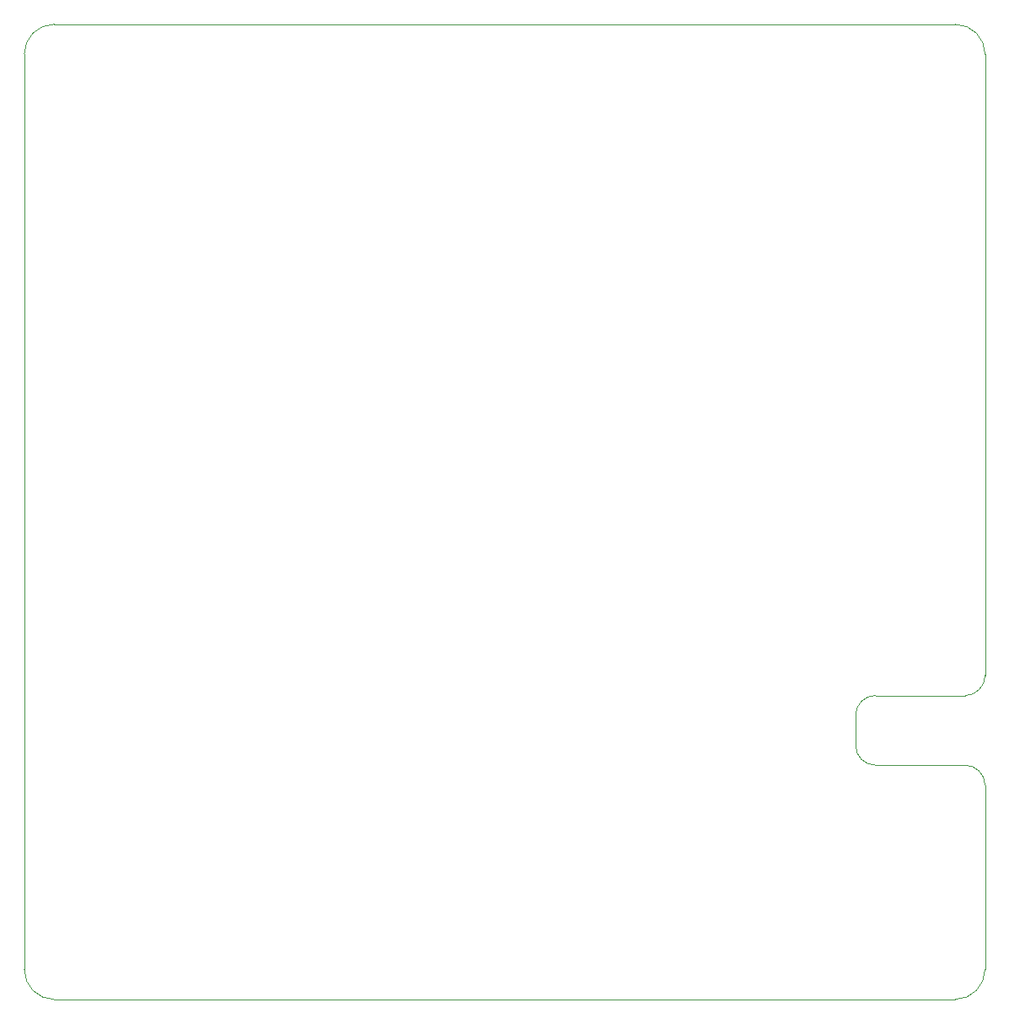
<source format=gm1>
%TF.GenerationSoftware,KiCad,Pcbnew,8.0.1-8.0.1-1~ubuntu22.04.1*%
%TF.CreationDate,2024-04-16T20:31:25-04:00*%
%TF.ProjectId,pdb,7064622e-6b69-4636-9164-5f7063625858,rev?*%
%TF.SameCoordinates,Original*%
%TF.FileFunction,Profile,NP*%
%FSLAX46Y46*%
G04 Gerber Fmt 4.6, Leading zero omitted, Abs format (unit mm)*
G04 Created by KiCad (PCBNEW 8.0.1-8.0.1-1~ubuntu22.04.1) date 2024-04-16 20:31:25*
%MOMM*%
%LPD*%
G01*
G04 APERTURE LIST*
%TA.AperFunction,Profile*%
%ADD10C,0.050000*%
%TD*%
G04 APERTURE END LIST*
D10*
X104500000Y-89000000D02*
X104500000Y-92000000D01*
X24000000Y-19621320D02*
X114500000Y-19621320D01*
X117500000Y-85000000D02*
G75*
G02*
X115500000Y-87000000I-2000000J0D01*
G01*
X117500000Y-114500000D02*
G75*
G02*
X114500000Y-117500000I-3000000J0D01*
G01*
X114500000Y-117500000D02*
X24000000Y-117500000D01*
X21000000Y-22621320D02*
G75*
G02*
X24000000Y-19621320I3000000J0D01*
G01*
X104500000Y-89000000D02*
G75*
G02*
X106500000Y-87000000I2000000J0D01*
G01*
X115500000Y-94000000D02*
G75*
G02*
X117500000Y-96000000I0J-2000000D01*
G01*
X106500000Y-87000000D02*
X115500000Y-87000000D01*
X21000000Y-114500000D02*
X21000000Y-22621320D01*
X106500000Y-94000000D02*
G75*
G02*
X104500000Y-92000000I0J2000000D01*
G01*
X117500000Y-22621320D02*
X117500000Y-85000000D01*
X24000000Y-117500000D02*
G75*
G02*
X21000000Y-114500000I0J3000000D01*
G01*
X117500000Y-96000000D02*
X117500000Y-114500000D01*
X114500000Y-19621320D02*
G75*
G02*
X117499980Y-22621320I0J-2999980D01*
G01*
X115500000Y-94000000D02*
X106500000Y-94000000D01*
M02*

</source>
